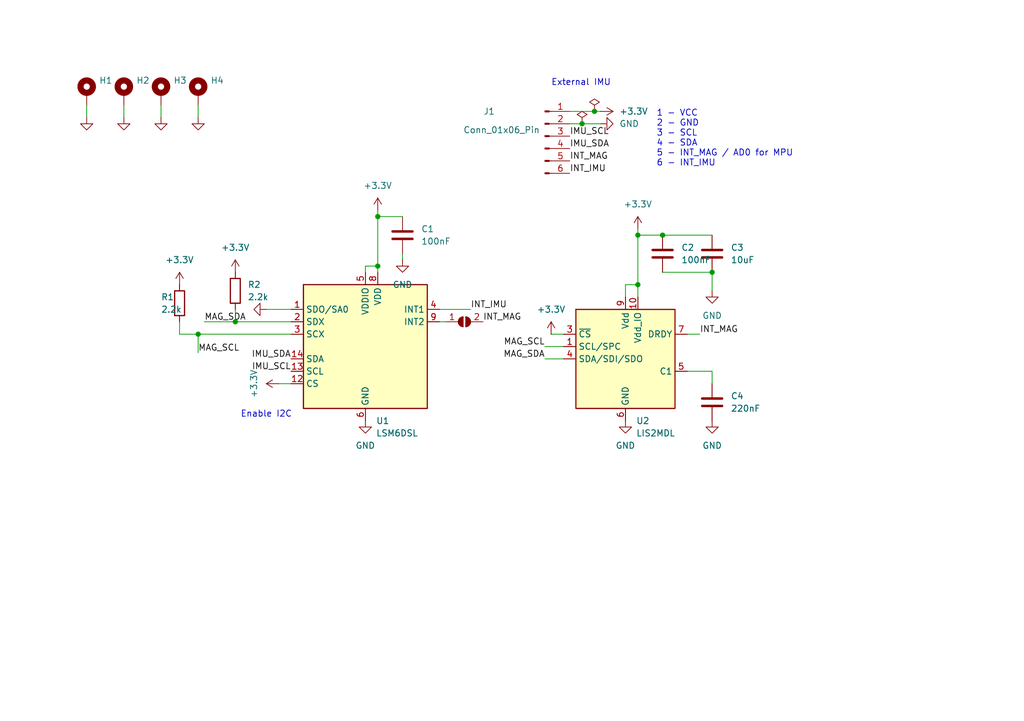
<source format=kicad_sch>
(kicad_sch (version 20231120) (generator "eeschema") (generator_version "8.0")
  (paper "A5")
  (lib_symbols
    (symbol "Connector:Conn_01x06_Pin" (pin_names (offset 1.016) hide)
      (property "Reference" "J" (at 0 7.62 0))
      (property "Value" "Conn_01x06_Pin" (at 0 -10.16 0))
      (symbol "Conn_01x06_Pin_1_1"
        (polyline (pts (xy 1.27 -7.62) (xy 0.8636 -7.62)) (stroke (width 0.1524)))
        (polyline (pts (xy 1.27 -5.08) (xy 0.8636 -5.08)) (stroke (width 0.1524)))
        (polyline (pts (xy 1.27 -2.54) (xy 0.8636 -2.54)) (stroke (width 0.1524)))
        (polyline (pts (xy 1.27 0) (xy 0.8636 0)) (stroke (width 0.1524)))
        (polyline (pts (xy 1.27 2.54) (xy 0.8636 2.54)) (stroke (width 0.1524)))
        (polyline (pts (xy 1.27 5.08) (xy 0.8636 5.08)) (stroke (width 0.1524)))
        (rectangle (start 0.8636 -7.493) (end 0 -7.747) (stroke (width 0.1524)) (fill (type outline)))
        (rectangle (start 0.8636 -4.953) (end 0 -5.207) (stroke (width 0.1524)) (fill (type outline)))
        (rectangle (start 0.8636 -2.413) (end 0 -2.667) (stroke (width 0.1524)) (fill (type outline)))
        (rectangle (start 0.8636 0.127) (end 0 -0.127) (stroke (width 0.1524)) (fill (type outline)))
        (rectangle (start 0.8636 2.667) (end 0 2.413) (stroke (width 0.1524)) (fill (type outline)))
        (rectangle (start 0.8636 5.207) (end 0 4.953) (stroke (width 0.1524)) (fill (type outline)))
        (pin passive line (at 5.08 5.08 180) (length 3.81) (name "Pin_1") (number "1"))
        (pin passive line (at 5.08 2.54 180) (length 3.81) (name "Pin_2") (number "2"))
        (pin passive line (at 5.08 0 180) (length 3.81) (name "Pin_3") (number "3"))
        (pin passive line (at 5.08 -2.54 180) (length 3.81) (name "Pin_4") (number "4"))
        (pin passive line (at 5.08 -5.08 180) (length 3.81) (name "Pin_5") (number "5"))
        (pin passive line (at 5.08 -7.62 180) (length 3.81) (name "Pin_6") (number "6"))
      )
    )
    (symbol "Device:C" (pin_numbers hide) (pin_names (offset 0.254))
      (property "Reference" "C" (at 0.635 2.54 0))
      (property "Value" "C" (at 0.635 -2.54 0))
      (symbol "C_0_1"
        (polyline (pts (xy -2.032 -0.762) (xy 2.032 -0.762)) (stroke (width 0.508)))
        (polyline (pts (xy -2.032 0.762) (xy 2.032 0.762)) (stroke (width 0.508)))
      )
      (symbol "C_1_1"
        (pin passive line (at 0 3.81 270) (length 2.794) (name "~") (number "1"))
        (pin passive line (at 0 -3.81 90) (length 2.794) (name "~") (number "2"))
      )
    )
    (symbol "Device:R" (pin_numbers hide) (pin_names (offset 0))
      (property "Reference" "R" (at 2.032 0 90))
      (property "Value" "R" (at 0 0 90))
      (symbol "R_0_1"
        (rectangle (start -1.016 -2.54) (end 1.016 2.54) (stroke (width 0.254)))
      )
      (symbol "R_1_1"
        (pin passive line (at 0 3.81 270) (length 1.27) (name "~") (number "1"))
        (pin passive line (at 0 -3.81 90) (length 1.27) (name "~") (number "2"))
      )
    )
    (symbol "Jumper:SolderJumper_2_Open" (pin_names (offset 0) hide)
      (property "Reference" "JP" (at 0 2.032 0))
      (property "Value" "SolderJumper_2_Open" (at 0 -2.54 0))
      (symbol "SolderJumper_2_Open_0_1"
        (arc (start -0.254 1.016) (mid -1.2656 0) (end -0.254 -1.016))
        (arc (start -0.254 1.016) (mid -1.2656 0) (end -0.254 -1.016) (fill (type outline)))
        (polyline (pts (xy -0.254 1.016) (xy -0.254 -1.016)))
        (polyline (pts (xy 0.254 1.016) (xy 0.254 -1.016)))
        (arc (start 0.254 -1.016) (mid 1.2656 0) (end 0.254 1.016))
        (arc (start 0.254 -1.016) (mid 1.2656 0) (end 0.254 1.016) (fill (type outline)))
      )
      (symbol "SolderJumper_2_Open_1_1"
        (pin passive line (at -3.81 0 0) (length 2.54) (name "A") (number "1"))
        (pin passive line (at 3.81 0 180) (length 2.54) (name "B") (number "2"))
      )
    )
    (symbol "Mechanical:MountingHole_Pad" (pin_numbers hide) (pin_names (offset 1.016) hide) (exclude_from_sim yes) (in_bom no)
      (property "Reference" "H" (at 0 6.35 0))
      (property "Value" "MountingHole_Pad" (at 0 4.445 0))
      (symbol "MountingHole_Pad_0_1"
        (circle (center 0 1.27) (radius 1.27) (stroke (width 1.27)))
      )
      (symbol "MountingHole_Pad_1_1"
        (pin input line (at 0 -2.54 90) (length 2.54) (name "1") (number "1"))
      )
    )
    (symbol "Sensor_Magnetic:LIS2MDL"
      (property "Reference" "U" (at -8.89 11.43 0))
      (property "Value" "LIS2MDL" (at 7.62 11.43 0))
      (symbol "LIS2MDL_0_1"
        (rectangle (start -10.16 10.16) (end 10.16 -10.16) (stroke (width 0.254)) (fill (type background)))
      )
      (symbol "LIS2MDL_1_1"
        (pin input line (at -12.7 2.54 0) (length 2.54) (name "SCL/SPC") (number "1"))
        (pin power_in line (at 2.54 12.7 270) (length 2.54) (name "Vdd_IO") (number "10"))
        (pin no_connect line (at -10.16 -7.62 0) (length 2.54) hide (name "NC") (number "11"))
        (pin no_connect line (at 10.16 -7.62 180) (length 2.54) hide (name "NC") (number "12"))
        (pin no_connect line (at -10.16 -5.08 0) (length 2.54) hide (name "NC") (number "2"))
        (pin input line (at -12.7 5.08 0) (length 2.54) (name "~{CS}") (number "3"))
        (pin bidirectional line (at -12.7 0 0) (length 2.54) (name "SDA/SDI/SDO") (number "4"))
        (pin power_out line (at 12.7 -2.54 180) (length 2.54) (name "C1") (number "5"))
        (pin power_in line (at 0 -12.7 90) (length 2.54) (name "GND") (number "6"))
        (pin output line (at 12.7 5.08 180) (length 2.54) (name "DRDY") (number "7"))
        (pin passive line (at 0 -12.7 90) (length 2.54) hide (name "GND") (number "8"))
        (pin power_in line (at 0 12.7 270) (length 2.54) (name "Vdd") (number "9"))
      )
    )
    (symbol "Sensor_Motion:LSM6DSL"
      (property "Reference" "U" (at -11.43 15.24 0))
      (property "Value" "LSM6DSL" (at -11.43 12.7 0))
      (symbol "LSM6DSL_0_1"
        (rectangle (start -12.7 12.7) (end 12.7 -12.7) (stroke (width 0.254)) (fill (type background)))
      )
      (symbol "LSM6DSL_1_1"
        (pin bidirectional line (at -15.24 7.62 0) (length 2.54) (name "SDO/SA0") (number "1"))
        (pin no_connect line (at 12.7 -5.08 180) (length 3.81) hide (name "NC") (number "10"))
        (pin no_connect line (at 12.7 -2.54 180) (length 3.81) hide (name "NC") (number "11"))
        (pin input line (at -15.24 -7.62 0) (length 2.54) (name "CS") (number "12"))
        (pin input line (at -15.24 -5.08 0) (length 2.54) (name "SCL") (number "13"))
        (pin bidirectional line (at -15.24 -2.54 0) (length 2.54) (name "SDA") (number "14"))
        (pin bidirectional line (at -15.24 5.08 0) (length 2.54) (name "SDX") (number "2"))
        (pin input line (at -15.24 2.54 0) (length 2.54) (name "SCX") (number "3"))
        (pin output line (at 15.24 7.62 180) (length 2.54) (name "INT1") (number "4"))
        (pin power_in line (at 0 15.24 270) (length 2.54) (name "VDDIO") (number "5"))
        (pin power_in line (at 0 -15.24 90) (length 2.54) (name "GND") (number "6"))
        (pin passive line (at 0 -15.24 90) (length 2.54) hide (name "GND") (number "7"))
        (pin power_in line (at 2.54 15.24 270) (length 2.54) (name "VDD") (number "8"))
        (pin output line (at 15.24 5.08 180) (length 2.54) (name "INT2") (number "9"))
      )
    )
    (symbol "power:+3.3V" (power) (pin_numbers hide) (pin_names (offset 0) hide)
      (property "Value" "+3.3V" (at 0 3.556 0))
      (symbol "+3.3V_0_1"
        (polyline (pts (xy -0.762 1.27) (xy 0 2.54)))
        (polyline (pts (xy 0 0) (xy 0 2.54)))
        (polyline (pts (xy 0 2.54) (xy 0.762 1.27)))
      )
      (symbol "+3.3V_1_1"
        (pin power_in line (at 0 0 90) (length 0) (name "~") (number "1"))
      )
    )
    (symbol "power:GND" (power) (pin_numbers hide) (pin_names (offset 0) hide)
      (property "Value" "GND" (at 0 -3.81 0))
      (symbol "GND_0_1"
        (polyline (pts (xy 0 0) (xy 0 -1.27) (xy 1.27 -1.27) (xy 0 -2.54) (xy -1.27 -1.27) (xy 0 -1.27)))
      )
      (symbol "GND_1_1"
        (pin power_in line (at 0 0 270) (length 0) (name "~") (number "1"))
      )
    )
    (symbol "power:PWR_FLAG" (power) (pin_numbers hide) (pin_names (offset 0) hide)
      (property "Value" "PWR_FLAG" (at 0 3.81 0))
      (symbol "PWR_FLAG_0_0"
        (pin power_out line (at 0 0 90) (length 0) (name "~") (number "1"))
      )
      (symbol "PWR_FLAG_0_1"
        (polyline (pts (xy 0 0) (xy 0 1.27) (xy -1.016 1.905) (xy 0 2.54) (xy 1.016 1.905) (xy 0 1.27)))
      )
    )
  )
  (junction (at 130.81 48.26))
  (junction (at 121.92 22.86))
  (junction (at 48.26 66.04))
  (junction (at 77.47 44.45))
  (junction (at 146.05 55.88))
  (junction (at 130.81 58.42))
  (junction (at 135.89 48.26))
  (junction (at 40.64 68.58))
  (junction (at 77.47 54.61))
  (junction (at 119.38 25.4))
  (wire (pts (xy 111.76 71.12) (xy 115.57 71.12)))
  (wire (pts (xy 41.91 66.04) (xy 48.26 66.04)))
  (wire (pts (xy 123.19 22.86) (xy 121.92 22.86)))
  (wire (pts (xy 146.05 76.2) (xy 146.05 78.74)))
  (wire (pts (xy 119.38 25.4) (xy 116.84 25.4)))
  (wire (pts (xy 128.27 58.42) (xy 130.81 58.42)))
  (wire (pts (xy 40.64 21.59) (xy 40.64 24.13)))
  (wire (pts (xy 123.19 25.4) (xy 119.38 25.4)))
  (wire (pts (xy 140.97 68.58) (xy 143.51 68.58)))
  (wire (pts (xy 77.47 43.18) (xy 77.47 44.45)))
  (wire (pts (xy 130.81 46.99) (xy 130.81 48.26)))
  (wire (pts (xy 111.76 73.66) (xy 115.57 73.66)))
  (wire (pts (xy 90.17 66.04) (xy 91.44 66.04)))
  (wire (pts (xy 57.15 78.74) (xy 59.69 78.74)))
  (wire (pts (xy 48.26 63.5) (xy 48.26 66.04)))
  (wire (pts (xy 40.64 68.58) (xy 59.69 68.58)))
  (wire (pts (xy 140.97 76.2) (xy 146.05 76.2)))
  (wire (pts (xy 77.47 54.61) (xy 77.47 55.88)))
  (wire (pts (xy 146.05 55.88) (xy 146.05 59.69)))
  (wire (pts (xy 128.27 60.96) (xy 128.27 58.42)))
  (wire (pts (xy 130.81 58.42) (xy 130.81 60.96)))
  (wire (pts (xy 74.93 54.61) (xy 77.47 54.61)))
  (wire (pts (xy 130.81 48.26) (xy 130.81 58.42)))
  (wire (pts (xy 25.4 21.59) (xy 25.4 24.13)))
  (wire (pts (xy 135.89 48.26) (xy 146.05 48.26)))
  (wire (pts (xy 54.61 63.5) (xy 59.69 63.5)))
  (wire (pts (xy 17.78 21.59) (xy 17.78 24.13)))
  (wire (pts (xy 36.83 66.04) (xy 36.83 68.58)))
  (wire (pts (xy 130.81 48.26) (xy 135.89 48.26)))
  (wire (pts (xy 40.64 68.58) (xy 40.64 72.39)))
  (wire (pts (xy 77.47 44.45) (xy 82.55 44.45)))
  (wire (pts (xy 113.03 68.58) (xy 115.57 68.58)))
  (wire (pts (xy 36.83 68.58) (xy 40.64 68.58)))
  (wire (pts (xy 74.93 55.88) (xy 74.93 54.61)))
  (wire (pts (xy 77.47 44.45) (xy 77.47 54.61)))
  (wire (pts (xy 48.26 66.04) (xy 59.69 66.04)))
  (wire (pts (xy 90.17 63.5) (xy 96.52 63.5)))
  (wire (pts (xy 82.55 52.07) (xy 82.55 53.34)))
  (wire (pts (xy 33.02 21.59) (xy 33.02 24.13)))
  (wire (pts (xy 135.89 55.88) (xy 146.05 55.88)))
  (wire (pts (xy 121.92 22.86) (xy 116.84 22.86)))
  (text "External IMU" (at 113.03 17.78 0) (effects (font (size 1.27 1.27)) (justify left bottom)))
  (text "Enable I2C" (at 54.61 85.09 0) (effects (font (size 1.27 1.27))))
  (text "1 - VCC\n2 - GND\n3 - SCL\n4 - SDA\n5 - INT_MAG / AD0 for MPU\n6 - INT_IMU" (at 134.62 34.29 0) (effects (font (size 1.27 1.27)) (justify left bottom)))
  (label "MAG_SDA" (at 111.76 73.66 180))
  (label "IMU_SDA" (at 59.69 73.66 180))
  (label "IMU_SDA" (at 116.84 30.48 0))
  (label "IMU_SCL" (at 59.69 76.2 180))
  (label "MAG_SDA" (at 41.91 66.04 0))
  (label "MAG_SCL" (at 111.76 71.12 180))
  (label "INT_IMU" (at 116.84 35.56 0))
  (label "MAG_SCL" (at 40.64 72.39 0))
  (label "INT_MAG" (at 143.51 68.58 0))
  (label "INT_MAG" (at 116.84 33.02 0))
  (label "INT_IMU" (at 96.52 63.5 0))
  (label "IMU_SCL" (at 116.84 27.94 0))
  (label "INT_MAG" (at 99.06 66.04 0))
  (symbol (lib_id "Device:C") (at 146.05 52.07 180) (unit 1)
    (property "Reference" "C3" (at 149.86 50.7999 0) (effects (justify right)))
    (property "Value" "10uF" (at 149.86 53.3399 0) (effects (justify right)))
    (property "Footprint" "Capacitor_SMD:C_0805_2012Metric_Pad1.18x1.45mm_HandSolder" (effects (hide yes)))
    (property "Description" "Unpolarized capacitor" (effects (hide yes)))
  )
  (symbol (lib_id "Mechanical:MountingHole_Pad") (at 25.4 19.05 0) (unit 1) (exclude_from_sim yes) (in_bom no)
    (property "Reference" "H2" (at 27.94 16.5099 0) (effects (justify left)))
    (property "Value" "MountingHole_Pad" (effects (hide yes)))
    (property "Footprint" "MountingHole:MountingHole_2.2mm_M2_Pad_Via" (effects (hide yes)))
    (property "Description" "Mounting Hole with connection" (effects (hide yes)))
  )
  (symbol (lib_id "power:GND") (at 33.02 24.13 0) (unit 1)
    (property "Reference" "#PWR017" (effects (hide yes)))
    (property "Value" "GND" (effects (hide yes)))
    (property "Description" "Power symbol creates a global label with name \"GND\" , ground" (effects (hide yes)))
  )
  (symbol (lib_id "Mechanical:MountingHole_Pad") (at 17.78 19.05 0) (unit 1) (exclude_from_sim yes) (in_bom no)
    (property "Reference" "H1" (at 20.32 16.5099 0) (effects (justify left)))
    (property "Value" "MountingHole_Pad" (effects (hide yes)))
    (property "Footprint" "MountingHole:MountingHole_2.2mm_M2_Pad_Via" (effects (hide yes)))
    (property "Description" "Mounting Hole with connection" (effects (hide yes)))
  )
  (symbol (lib_id "power:+3.3V") (at 130.81 46.99 0) (unit 1)
    (property "Reference" "#PWR012" (effects (hide yes)))
    (property "Value" "+3.3V" (at 130.81 41.91 0))
    (property "Description" "Power symbol creates a global label with name \"+3.3V\"" (effects (hide yes)))
  )
  (symbol (lib_id "Device:C") (at 135.89 52.07 180) (unit 1)
    (property "Reference" "C2" (at 139.7 50.7999 0) (effects (justify right)))
    (property "Value" "100nF" (at 139.7 53.3399 0) (effects (justify right)))
    (property "Footprint" "Capacitor_SMD:C_0805_2012Metric_Pad1.18x1.45mm_HandSolder" (effects (hide yes)))
    (property "Description" "Unpolarized capacitor" (effects (hide yes)))
  )
  (symbol (lib_id "Mechanical:MountingHole_Pad") (at 33.02 19.05 0) (unit 1) (exclude_from_sim yes) (in_bom no)
    (property "Reference" "H3" (at 35.56 16.5099 0) (effects (justify left)))
    (property "Value" "MountingHole_Pad" (effects (hide yes)))
    (property "Footprint" "MountingHole:MountingHole_2.2mm_M2_Pad_Via" (effects (hide yes)))
    (property "Description" "Mounting Hole with connection" (effects (hide yes)))
  )
  (symbol (lib_id "Jumper:SolderJumper_2_Open") (at 95.25 66.04 0) (unit 1)
    (property "Reference" "JP1" (effects (hide yes)))
    (property "Value" "SolderJumper_2_Open" (effects (hide yes)))
    (property "Footprint" "Jumper:SolderJumper-2_P1.3mm_Open_TrianglePad1.0x1.5mm" (effects (hide yes)))
    (property "Description" "Solder Jumper, 2-pole, open" (effects (hide yes)))
  )
  (symbol (lib_id "power:GND") (at 54.61 63.5 270) (unit 1)
    (property "Reference" "#PWR03" (effects (hide yes)))
    (property "Value" "GND" (effects (hide yes)))
    (property "Description" "Power symbol creates a global label with name \"GND\" , ground" (effects (hide yes)))
  )
  (symbol (lib_id "power:GND") (at 17.78 24.13 0) (unit 1)
    (property "Reference" "#PWR015" (effects (hide yes)))
    (property "Value" "GND" (effects (hide yes)))
    (property "Description" "Power symbol creates a global label with name \"GND\" , ground" (effects (hide yes)))
  )
  (symbol (lib_id "Device:R") (at 36.83 62.23 0) (unit 1)
    (property "Reference" "R1" (at 33.02 60.96 0) (effects (justify left)))
    (property "Value" "2.2k" (at 33.02 63.5 0) (effects (justify left)))
    (property "Footprint" "Resistor_SMD:R_0805_2012Metric_Pad1.20x1.40mm_HandSolder" (effects (hide yes)))
    (property "Description" "Resistor" (effects (hide yes)))
  )
  (symbol (lib_id "power:GND") (at 25.4 24.13 0) (unit 1)
    (property "Reference" "#PWR016" (effects (hide yes)))
    (property "Value" "GND" (effects (hide yes)))
    (property "Description" "Power symbol creates a global label with name \"GND\" , ground" (effects (hide yes)))
  )
  (symbol (lib_id "power:+3.3V") (at 123.19 22.86 270) (unit 1)
    (property "Reference" "#PWR09" (effects (hide yes)))
    (property "Value" "+3.3V" (at 127 22.8599 90) (effects (justify left)))
    (property "Description" "Power symbol creates a global label with name \"+3.3V\"" (effects (hide yes)))
  )
  (symbol (lib_id "power:+3.3V") (at 36.83 58.42 0) (unit 1)
    (property "Reference" "#PWR01" (effects (hide yes)))
    (property "Value" "+3.3V" (at 36.83 53.34 0))
    (property "Description" "Power symbol creates a global label with name \"+3.3V\"" (effects (hide yes)))
  )
  (symbol (lib_id "Device:R") (at 48.26 59.69 180) (unit 1)
    (property "Reference" "R2" (at 50.8 58.4199 0) (effects (justify right)))
    (property "Value" "2.2k" (at 50.8 60.9599 0) (effects (justify right)))
    (property "Footprint" "Resistor_SMD:R_0805_2012Metric_Pad1.20x1.40mm_HandSolder" (effects (hide yes)))
    (property "Description" "Resistor" (effects (hide yes)))
  )
  (symbol (lib_id "power:GND") (at 40.64 24.13 0) (unit 1)
    (property "Reference" "#PWR018" (effects (hide yes)))
    (property "Value" "GND" (effects (hide yes)))
    (property "Description" "Power symbol creates a global label with name \"GND\" , ground" (effects (hide yes)))
  )
  (symbol (lib_id "Mechanical:MountingHole_Pad") (at 40.64 19.05 0) (unit 1) (exclude_from_sim yes) (in_bom no)
    (property "Reference" "H4" (at 43.18 16.5099 0) (effects (justify left)))
    (property "Value" "MountingHole_Pad" (effects (hide yes)))
    (property "Footprint" "MountingHole:MountingHole_2.2mm_M2_Pad_Via" (effects (hide yes)))
    (property "Description" "Mounting Hole with connection" (effects (hide yes)))
  )
  (symbol (lib_id "Sensor_Motion:LSM6DSL") (at 74.93 71.12 0) (unit 1)
    (property "Reference" "U1" (at 77.1241 86.36 0) (effects (justify left)))
    (property "Value" "LSM6DSL" (at 77.1241 88.9 0) (effects (justify left)))
    (property "Footprint" "Package_LGA:LGA-14_3x2.5mm_P0.5mm_LayoutBorder3x4y" (effects (hide yes)))
    (property "Datasheet" "https://www.st.com/resource/en/datasheet/lsm6dsl.pdf" (effects (hide yes)))
    (property "Description" "I2C/SPI, iNEMO inertial module: always-on 3D accelerometer and 3D gyroscope, 1.71V to 3.6V VCC" (effects (hide yes)))
  )
  (symbol (lib_id "Device:C") (at 146.05 82.55 180) (unit 1)
    (property "Reference" "C4" (at 149.86 81.2799 0) (effects (justify right)))
    (property "Value" "220nF" (at 149.86 83.8199 0) (effects (justify right)))
    (property "Footprint" "Capacitor_SMD:C_0805_2012Metric_Pad1.18x1.45mm_HandSolder" (effects (hide yes)))
    (property "Description" "Unpolarized capacitor" (effects (hide yes)))
  )
  (symbol (lib_id "Sensor_Magnetic:LIS2MDL") (at 128.27 73.66 0) (unit 1)
    (property "Reference" "U2" (at 130.4641 86.36 0) (effects (justify left)))
    (property "Value" "LIS2MDL" (at 130.4641 88.9 0) (effects (justify left)))
    (property "Footprint" "Package_LGA:LGA-12_2x2mm_P0.5mm" (effects (hide yes)))
    (property "Datasheet" "https://www.st.com/resource/en/datasheet/lis2mdl.pdf" (effects (hide yes)))
    (property "Description" "Ultra-low-power, 3-axis digital output magnetometer, LGA-12" (effects (hide yes)))
  )
  (symbol (lib_id "power:GND") (at 128.27 86.36 0) (unit 1)
    (property "Reference" "#PWR011" (effects (hide yes)))
    (property "Value" "GND" (at 128.27 91.44 0))
    (property "Description" "Power symbol creates a global label with name \"GND\" , ground" (effects (hide yes)))
  )
  (symbol (lib_id "power:GND") (at 82.55 53.34 0) (unit 1)
    (property "Reference" "#PWR07" (effects (hide yes)))
    (property "Value" "GND" (at 82.55 58.42 0))
    (property "Description" "Power symbol creates a global label with name \"GND\" , ground" (effects (hide yes)))
  )
  (symbol (lib_id "power:+3.3V") (at 77.47 43.18 0) (unit 1)
    (property "Reference" "#PWR06" (effects (hide yes)))
    (property "Value" "+3.3V" (at 77.47 38.1 0))
    (property "Description" "Power symbol creates a global label with name \"+3.3V\"" (effects (hide yes)))
  )
  (symbol (lib_id "power:+3.3V") (at 48.26 55.88 0) (unit 1)
    (property "Reference" "#PWR02" (effects (hide yes)))
    (property "Value" "+3.3V" (at 48.26 50.8 0))
    (property "Description" "Power symbol creates a global label with name \"+3.3V\"" (effects (hide yes)))
  )
  (symbol (lib_id "power:+3.3V") (at 57.15 78.74 90) (unit 1)
    (property "Reference" "#PWR04" (effects (hide yes)))
    (property "Value" "+3.3V" (at 52.07 78.74 0))
    (property "Description" "Power symbol creates a global label with name \"+3.3V\"" (effects (hide yes)))
  )
  (symbol (lib_id "power:PWR_FLAG") (at 119.38 25.4 0) (unit 1)
    (property "Reference" "#FLG01" (effects (hide yes)))
    (property "Value" "PWR_FLAG" (effects (hide yes)))
    (property "Description" "Special symbol for telling ERC where power comes from" (effects (hide yes)))
  )
  (symbol (lib_id "power:GND") (at 146.05 59.69 0) (unit 1)
    (property "Reference" "#PWR013" (effects (hide yes)))
    (property "Value" "GND" (at 146.05 64.77 0))
    (property "Description" "Power symbol creates a global label with name \"GND\" , ground" (effects (hide yes)))
  )
  (symbol (lib_id "power:PWR_FLAG") (at 121.92 22.86 0) (unit 1)
    (property "Reference" "#FLG02" (effects (hide yes)))
    (property "Value" "PWR_FLAG" (effects (hide yes)))
    (property "Description" "Special symbol for telling ERC where power comes from" (effects (hide yes)))
  )
  (symbol (lib_id "power:+3.3V") (at 113.03 68.58 0) (unit 1)
    (property "Reference" "#PWR08" (effects (hide yes)))
    (property "Value" "+3.3V" (at 113.03 63.5 0))
    (property "Description" "Power symbol creates a global label with name \"+3.3V\"" (effects (hide yes)))
  )
  (symbol (lib_id "power:GND") (at 146.05 86.36 0) (unit 1)
    (property "Reference" "#PWR014" (effects (hide yes)))
    (property "Value" "GND" (at 146.05 91.44 0))
    (property "Description" "Power symbol creates a global label with name \"GND\" , ground" (effects (hide yes)))
  )
  (symbol (lib_id "power:GND") (at 123.19 25.4 90) (unit 1)
    (property "Reference" "#PWR010" (effects (hide yes)))
    (property "Value" "GND" (at 127 25.4 90) (effects (justify right)))
    (property "Description" "Power symbol creates a global label with name \"GND\" , ground" (effects (hide yes)))
  )
  (symbol (lib_id "Connector:Conn_01x06_Pin") (at 111.76 27.94 0) (unit 1)
    (property "Reference" "J1" (at 100.33 22.86 0))
    (property "Value" "Conn_01x06_Pin" (at 102.87 26.67 0))
    (property "Footprint" "Connector_PinHeader_2.54mm:PinHeader_1x06_P2.54mm_Vertical" (effects (hide yes)))
    (property "Description" "Generic connector, single row, 01x06, script generated" (effects (hide yes)))
  )
  (symbol (lib_id "Device:C") (at 82.55 48.26 180) (unit 1)
    (property "Reference" "C1" (at 86.36 46.9899 0) (effects (justify right)))
    (property "Value" "100nF" (at 86.36 49.5299 0) (effects (justify right)))
    (property "Footprint" "Capacitor_SMD:C_0805_2012Metric_Pad1.18x1.45mm_HandSolder" (effects (hide yes)))
    (property "Description" "Unpolarized capacitor" (effects (hide yes)))
  )
  (symbol (lib_id "power:GND") (at 74.93 86.36 0) (unit 1)
    (property "Reference" "#PWR05" (effects (hide yes)))
    (property "Value" "GND" (at 74.93 91.44 0))
    (property "Description" "Power symbol creates a global label with name \"GND\" , ground" (effects (hide yes)))
  )
)
</source>
